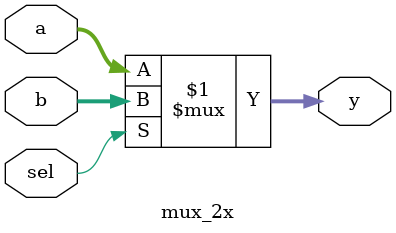
<source format=v>
`timescale 1ns/1ps

module mux_2x(sel, a, b, y);
  parameter WIDTH=8;

  input   sel;
  input   [WIDTH-1:0] a;
  input   [WIDTH-1:0] b;
  output  [WIDTH-1:0] y;

  assign #0.85 y = (sel) ? b : a;
endmodule
</source>
